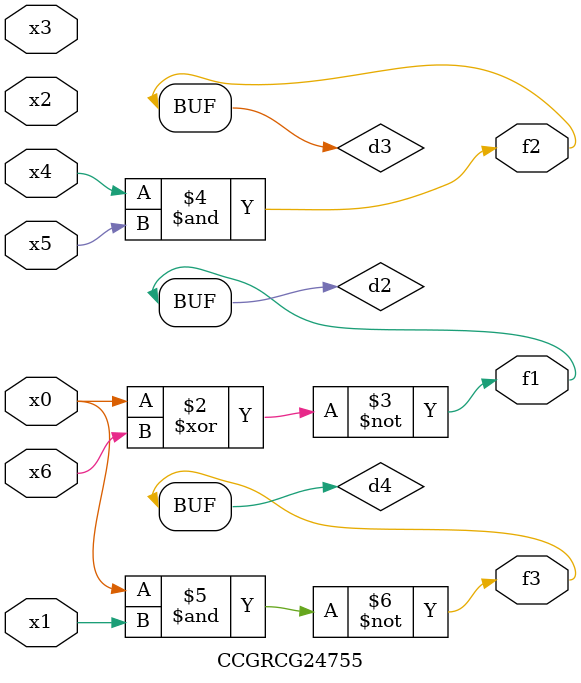
<source format=v>
module CCGRCG24755(
	input x0, x1, x2, x3, x4, x5, x6,
	output f1, f2, f3
);

	wire d1, d2, d3, d4;

	nor (d1, x0);
	xnor (d2, x0, x6);
	and (d3, x4, x5);
	nand (d4, x0, x1);
	assign f1 = d2;
	assign f2 = d3;
	assign f3 = d4;
endmodule

</source>
